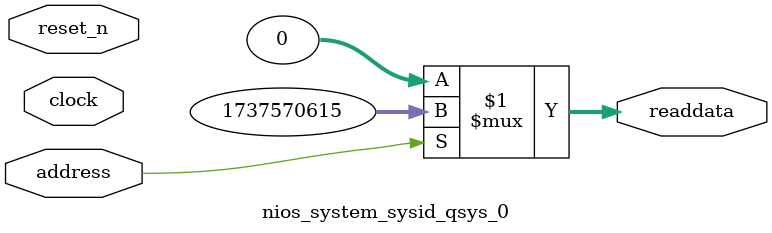
<source format=v>



// synthesis translate_off
`timescale 1ns / 1ps
// synthesis translate_on

// turn off superfluous verilog processor warnings 
// altera message_level Level1 
// altera message_off 10034 10035 10036 10037 10230 10240 10030 

module nios_system_sysid_qsys_0 (
               // inputs:
                address,
                clock,
                reset_n,

               // outputs:
                readdata
             )
;

  output  [ 31: 0] readdata;
  input            address;
  input            clock;
  input            reset_n;

  wire    [ 31: 0] readdata;
  //control_slave, which is an e_avalon_slave
  assign readdata = address ? 1737570615 : 0;

endmodule



</source>
